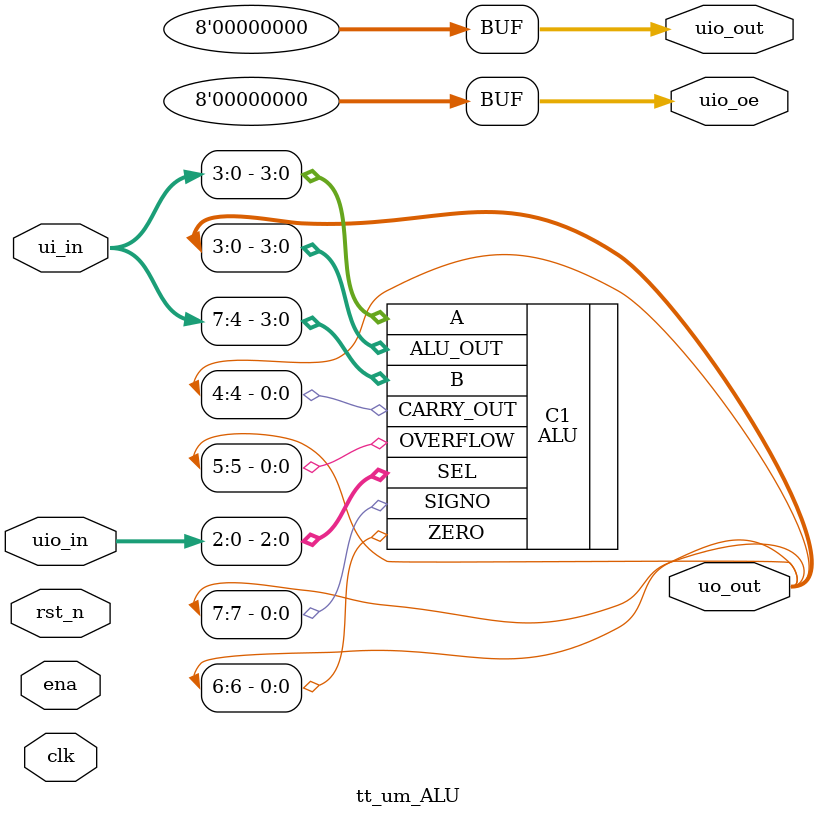
<source format=v>
/*
 * Copyright (c) 2024 Your Name
 * SPDX-License-Identifier: Apache-2.0
 */

`define default_netname none

module tt_um_ALU (
    input  wire [7:0] ui_in,    // Dedicated inputs
    output wire [7:0] uo_out,   // Dedicated outputs
    input  wire [7:0] uio_in,   // IOs: Input path
    output wire [7:0] uio_out,  // IOs: Output path
    output wire [7:0] uio_oe,   // IOs: Enable path (active high: 0=input, 1=output)
    input  wire       ena,      // will go high when the design is enabled
    input  wire       clk,      // clock
    input  wire       rst_n     // reset_n - low to reset
);

  // All output pins must be assigned. If not used, assign to 0.
    ALU C1 (.A(ui_in[3:0]), .B(ui_in[7:4]), .SEL(uio_in[2:0]), .ALU_OUT(uo_out[3:0]), .CARRY_OUT(uo_out[4]), .OVERFLOW(uo_out[5]), .ZERO(uo_out[6]), .SIGNO(uo_out[7]));

    assign uio_oe = 8'b00000000;
    assign uio_out [7:0] = 8'b00000000;


    
endmodule

</source>
